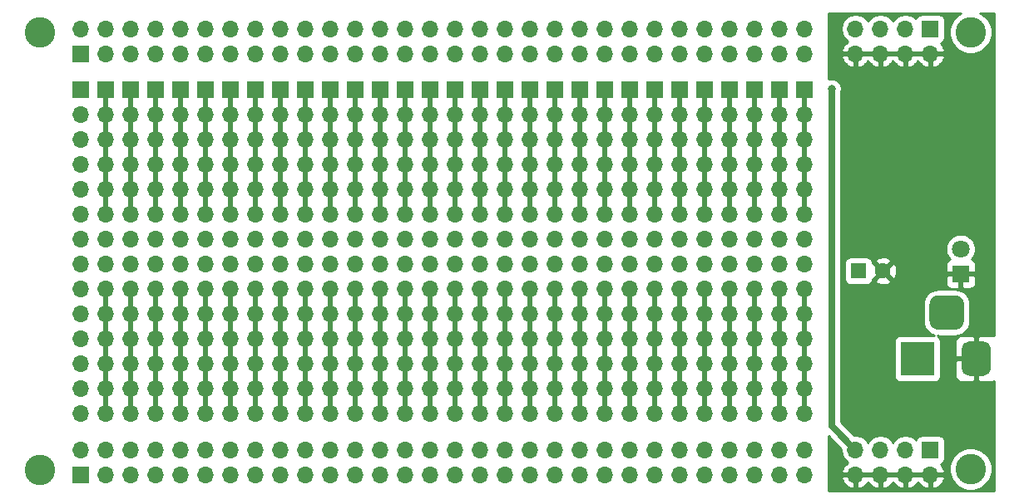
<source format=gbr>
G04 #@! TF.GenerationSoftware,KiCad,Pcbnew,(5.1.6)-1*
G04 #@! TF.CreationDate,2020-06-02T23:24:11+04:00*
G04 #@! TF.ProjectId,Berfboard 2.0-psupply,42657266-626f-4617-9264-20322e302d70,rev?*
G04 #@! TF.SameCoordinates,Original*
G04 #@! TF.FileFunction,Copper,L2,Bot*
G04 #@! TF.FilePolarity,Positive*
%FSLAX46Y46*%
G04 Gerber Fmt 4.6, Leading zero omitted, Abs format (unit mm)*
G04 Created by KiCad (PCBNEW (5.1.6)-1) date 2020-06-02 23:24:11*
%MOMM*%
%LPD*%
G01*
G04 APERTURE LIST*
G04 #@! TA.AperFunction,ComponentPad*
%ADD10O,1.700000X1.700000*%
G04 #@! TD*
G04 #@! TA.AperFunction,ComponentPad*
%ADD11R,1.700000X1.700000*%
G04 #@! TD*
G04 #@! TA.AperFunction,ComponentPad*
%ADD12C,1.600000*%
G04 #@! TD*
G04 #@! TA.AperFunction,ComponentPad*
%ADD13R,1.600000X1.600000*%
G04 #@! TD*
G04 #@! TA.AperFunction,ComponentPad*
%ADD14C,1.800000*%
G04 #@! TD*
G04 #@! TA.AperFunction,ComponentPad*
%ADD15R,1.800000X1.800000*%
G04 #@! TD*
G04 #@! TA.AperFunction,ComponentPad*
%ADD16R,3.500000X3.500000*%
G04 #@! TD*
G04 #@! TA.AperFunction,ViaPad*
%ADD17C,3.100000*%
G04 #@! TD*
G04 #@! TA.AperFunction,ViaPad*
%ADD18C,0.800000*%
G04 #@! TD*
G04 #@! TA.AperFunction,Conductor*
%ADD19C,0.500000*%
G04 #@! TD*
G04 #@! TA.AperFunction,Conductor*
%ADD20C,0.700000*%
G04 #@! TD*
G04 #@! TA.AperFunction,Conductor*
%ADD21C,0.254000*%
G04 #@! TD*
G04 APERTURE END LIST*
D10*
X179692300Y-44996100D03*
X179692300Y-42456100D03*
X182232300Y-44996100D03*
X182232300Y-42456100D03*
X184772300Y-44996100D03*
X184772300Y-42456100D03*
X187312300Y-44996100D03*
D11*
X187312300Y-42456100D03*
D10*
X179692300Y-87934800D03*
X179692300Y-85394800D03*
X182232300Y-87934800D03*
X182232300Y-85394800D03*
X184772300Y-87934800D03*
X184772300Y-85394800D03*
X187312300Y-87934800D03*
D11*
X187312300Y-85394800D03*
D10*
X174498000Y-85407500D03*
X174498000Y-87947500D03*
X171958000Y-85407500D03*
X171958000Y-87947500D03*
X169418000Y-85407500D03*
X169418000Y-87947500D03*
X166878000Y-85407500D03*
X166878000Y-87947500D03*
X164338000Y-85407500D03*
X164338000Y-87947500D03*
X161798000Y-85407500D03*
X161798000Y-87947500D03*
X159258000Y-85407500D03*
X159258000Y-87947500D03*
X156718000Y-85407500D03*
X156718000Y-87947500D03*
X154178000Y-85407500D03*
X154178000Y-87947500D03*
X151638000Y-85407500D03*
X151638000Y-87947500D03*
X149098000Y-85407500D03*
X149098000Y-87947500D03*
X146558000Y-85407500D03*
X146558000Y-87947500D03*
X144018000Y-85407500D03*
X144018000Y-87947500D03*
X141478000Y-85407500D03*
X141478000Y-87947500D03*
X138938000Y-85407500D03*
X138938000Y-87947500D03*
X136398000Y-85407500D03*
X136398000Y-87947500D03*
X133858000Y-85407500D03*
X133858000Y-87947500D03*
X131318000Y-85407500D03*
X131318000Y-87947500D03*
X128778000Y-85407500D03*
X128778000Y-87947500D03*
X126238000Y-85407500D03*
X126238000Y-87947500D03*
X123698000Y-85407500D03*
X123698000Y-87947500D03*
X121158000Y-85407500D03*
X121158000Y-87947500D03*
X118618000Y-85407500D03*
X118618000Y-87947500D03*
X116078000Y-85407500D03*
X116078000Y-87947500D03*
X113538000Y-85407500D03*
X113538000Y-87947500D03*
X110998000Y-85407500D03*
X110998000Y-87947500D03*
X108458000Y-85407500D03*
X108458000Y-87947500D03*
X105918000Y-85407500D03*
X105918000Y-87947500D03*
X103378000Y-85407500D03*
X103378000Y-87947500D03*
X100838000Y-85407500D03*
D11*
X100838000Y-87947500D03*
D10*
X174498000Y-42481500D03*
X174498000Y-45021500D03*
X171958000Y-42481500D03*
X171958000Y-45021500D03*
X169418000Y-42481500D03*
X169418000Y-45021500D03*
X166878000Y-42481500D03*
X166878000Y-45021500D03*
X164338000Y-42481500D03*
X164338000Y-45021500D03*
X161798000Y-42481500D03*
X161798000Y-45021500D03*
X159258000Y-42481500D03*
X159258000Y-45021500D03*
X156718000Y-42481500D03*
X156718000Y-45021500D03*
X154178000Y-42481500D03*
X154178000Y-45021500D03*
X151638000Y-42481500D03*
X151638000Y-45021500D03*
X149098000Y-42481500D03*
X149098000Y-45021500D03*
X146558000Y-42481500D03*
X146558000Y-45021500D03*
X144018000Y-42481500D03*
X144018000Y-45021500D03*
X141478000Y-42481500D03*
X141478000Y-45021500D03*
X138938000Y-42481500D03*
X138938000Y-45021500D03*
X136398000Y-42481500D03*
X136398000Y-45021500D03*
X133858000Y-42481500D03*
X133858000Y-45021500D03*
X131318000Y-42481500D03*
X131318000Y-45021500D03*
X128778000Y-42481500D03*
X128778000Y-45021500D03*
X126238000Y-42481500D03*
X126238000Y-45021500D03*
X123698000Y-42481500D03*
X123698000Y-45021500D03*
X121158000Y-42481500D03*
X121158000Y-45021500D03*
X118618000Y-42481500D03*
X118618000Y-45021500D03*
X116078000Y-42481500D03*
X116078000Y-45021500D03*
X113538000Y-42481500D03*
X113538000Y-45021500D03*
X110998000Y-42481500D03*
X110998000Y-45021500D03*
X108458000Y-42481500D03*
X108458000Y-45021500D03*
X105918000Y-42481500D03*
X105918000Y-45021500D03*
X103378000Y-42481500D03*
X103378000Y-45021500D03*
X100838000Y-42481500D03*
D11*
X100838000Y-45021500D03*
D12*
X182484400Y-67157600D03*
D13*
X179984400Y-67157600D03*
D14*
X190398400Y-64922400D03*
D15*
X190398400Y-67462400D03*
G04 #@! TA.AperFunction,ComponentPad*
G36*
G01*
X190728800Y-70523400D02*
X190728800Y-72273400D01*
G75*
G02*
X189853800Y-73148400I-875000J0D01*
G01*
X188103800Y-73148400D01*
G75*
G02*
X187228800Y-72273400I0J875000D01*
G01*
X187228800Y-70523400D01*
G75*
G02*
X188103800Y-69648400I875000J0D01*
G01*
X189853800Y-69648400D01*
G75*
G02*
X190728800Y-70523400I0J-875000D01*
G01*
G37*
G04 #@! TD.AperFunction*
G04 #@! TA.AperFunction,ComponentPad*
G36*
G01*
X193478800Y-75098400D02*
X193478800Y-77098400D01*
G75*
G02*
X192728800Y-77848400I-750000J0D01*
G01*
X191228800Y-77848400D01*
G75*
G02*
X190478800Y-77098400I0J750000D01*
G01*
X190478800Y-75098400D01*
G75*
G02*
X191228800Y-74348400I750000J0D01*
G01*
X192728800Y-74348400D01*
G75*
G02*
X193478800Y-75098400I0J-750000D01*
G01*
G37*
G04 #@! TD.AperFunction*
D16*
X185978800Y-76098400D03*
D11*
X174498000Y-48704500D03*
D10*
X174498000Y-51244500D03*
X174498000Y-53784500D03*
X174498000Y-56324500D03*
X174498000Y-58864500D03*
X174498000Y-61404500D03*
X174498000Y-63944500D03*
X174498000Y-66484500D03*
X174498000Y-69024500D03*
X174498000Y-71564500D03*
X174498000Y-74104500D03*
X174498000Y-76644500D03*
X174498000Y-79184500D03*
X174498000Y-81724500D03*
D11*
X171958000Y-48704500D03*
D10*
X171958000Y-51244500D03*
X171958000Y-53784500D03*
X171958000Y-56324500D03*
X171958000Y-58864500D03*
X171958000Y-61404500D03*
X171958000Y-63944500D03*
X171958000Y-66484500D03*
X171958000Y-69024500D03*
X171958000Y-71564500D03*
X171958000Y-74104500D03*
X171958000Y-76644500D03*
X171958000Y-79184500D03*
X171958000Y-81724500D03*
D11*
X169418000Y-48704500D03*
D10*
X169418000Y-51244500D03*
X169418000Y-53784500D03*
X169418000Y-56324500D03*
X169418000Y-58864500D03*
X169418000Y-61404500D03*
X169418000Y-63944500D03*
X169418000Y-66484500D03*
X169418000Y-69024500D03*
X169418000Y-71564500D03*
X169418000Y-74104500D03*
X169418000Y-76644500D03*
X169418000Y-79184500D03*
X169418000Y-81724500D03*
D11*
X166878000Y-48704500D03*
D10*
X166878000Y-51244500D03*
X166878000Y-53784500D03*
X166878000Y-56324500D03*
X166878000Y-58864500D03*
X166878000Y-61404500D03*
X166878000Y-63944500D03*
X166878000Y-66484500D03*
X166878000Y-69024500D03*
X166878000Y-71564500D03*
X166878000Y-74104500D03*
X166878000Y-76644500D03*
X166878000Y-79184500D03*
X166878000Y-81724500D03*
D11*
X164338000Y-48704500D03*
D10*
X164338000Y-51244500D03*
X164338000Y-53784500D03*
X164338000Y-56324500D03*
X164338000Y-58864500D03*
X164338000Y-61404500D03*
X164338000Y-63944500D03*
X164338000Y-66484500D03*
X164338000Y-69024500D03*
X164338000Y-71564500D03*
X164338000Y-74104500D03*
X164338000Y-76644500D03*
X164338000Y-79184500D03*
X164338000Y-81724500D03*
D11*
X161798000Y-48704500D03*
D10*
X161798000Y-51244500D03*
X161798000Y-53784500D03*
X161798000Y-56324500D03*
X161798000Y-58864500D03*
X161798000Y-61404500D03*
X161798000Y-63944500D03*
X161798000Y-66484500D03*
X161798000Y-69024500D03*
X161798000Y-71564500D03*
X161798000Y-74104500D03*
X161798000Y-76644500D03*
X161798000Y-79184500D03*
X161798000Y-81724500D03*
D11*
X159258000Y-48704500D03*
D10*
X159258000Y-51244500D03*
X159258000Y-53784500D03*
X159258000Y-56324500D03*
X159258000Y-58864500D03*
X159258000Y-61404500D03*
X159258000Y-63944500D03*
X159258000Y-66484500D03*
X159258000Y-69024500D03*
X159258000Y-71564500D03*
X159258000Y-74104500D03*
X159258000Y-76644500D03*
X159258000Y-79184500D03*
X159258000Y-81724500D03*
D11*
X156718000Y-48704500D03*
D10*
X156718000Y-51244500D03*
X156718000Y-53784500D03*
X156718000Y-56324500D03*
X156718000Y-58864500D03*
X156718000Y-61404500D03*
X156718000Y-63944500D03*
X156718000Y-66484500D03*
X156718000Y-69024500D03*
X156718000Y-71564500D03*
X156718000Y-74104500D03*
X156718000Y-76644500D03*
X156718000Y-79184500D03*
X156718000Y-81724500D03*
D11*
X154178000Y-48704500D03*
D10*
X154178000Y-51244500D03*
X154178000Y-53784500D03*
X154178000Y-56324500D03*
X154178000Y-58864500D03*
X154178000Y-61404500D03*
X154178000Y-63944500D03*
X154178000Y-66484500D03*
X154178000Y-69024500D03*
X154178000Y-71564500D03*
X154178000Y-74104500D03*
X154178000Y-76644500D03*
X154178000Y-79184500D03*
X154178000Y-81724500D03*
D11*
X151638000Y-48704500D03*
D10*
X151638000Y-51244500D03*
X151638000Y-53784500D03*
X151638000Y-56324500D03*
X151638000Y-58864500D03*
X151638000Y-61404500D03*
X151638000Y-63944500D03*
X151638000Y-66484500D03*
X151638000Y-69024500D03*
X151638000Y-71564500D03*
X151638000Y-74104500D03*
X151638000Y-76644500D03*
X151638000Y-79184500D03*
X151638000Y-81724500D03*
D11*
X149098000Y-48704500D03*
D10*
X149098000Y-51244500D03*
X149098000Y-53784500D03*
X149098000Y-56324500D03*
X149098000Y-58864500D03*
X149098000Y-61404500D03*
X149098000Y-63944500D03*
X149098000Y-66484500D03*
X149098000Y-69024500D03*
X149098000Y-71564500D03*
X149098000Y-74104500D03*
X149098000Y-76644500D03*
X149098000Y-79184500D03*
X149098000Y-81724500D03*
D11*
X146558000Y-48704500D03*
D10*
X146558000Y-51244500D03*
X146558000Y-53784500D03*
X146558000Y-56324500D03*
X146558000Y-58864500D03*
X146558000Y-61404500D03*
X146558000Y-63944500D03*
X146558000Y-66484500D03*
X146558000Y-69024500D03*
X146558000Y-71564500D03*
X146558000Y-74104500D03*
X146558000Y-76644500D03*
X146558000Y-79184500D03*
X146558000Y-81724500D03*
D11*
X144018000Y-48704500D03*
D10*
X144018000Y-51244500D03*
X144018000Y-53784500D03*
X144018000Y-56324500D03*
X144018000Y-58864500D03*
X144018000Y-61404500D03*
X144018000Y-63944500D03*
X144018000Y-66484500D03*
X144018000Y-69024500D03*
X144018000Y-71564500D03*
X144018000Y-74104500D03*
X144018000Y-76644500D03*
X144018000Y-79184500D03*
X144018000Y-81724500D03*
D11*
X141478000Y-48704500D03*
D10*
X141478000Y-51244500D03*
X141478000Y-53784500D03*
X141478000Y-56324500D03*
X141478000Y-58864500D03*
X141478000Y-61404500D03*
X141478000Y-63944500D03*
X141478000Y-66484500D03*
X141478000Y-69024500D03*
X141478000Y-71564500D03*
X141478000Y-74104500D03*
X141478000Y-76644500D03*
X141478000Y-79184500D03*
X141478000Y-81724500D03*
D11*
X138938000Y-48704500D03*
D10*
X138938000Y-51244500D03*
X138938000Y-53784500D03*
X138938000Y-56324500D03*
X138938000Y-58864500D03*
X138938000Y-61404500D03*
X138938000Y-63944500D03*
X138938000Y-66484500D03*
X138938000Y-69024500D03*
X138938000Y-71564500D03*
X138938000Y-74104500D03*
X138938000Y-76644500D03*
X138938000Y-79184500D03*
X138938000Y-81724500D03*
D11*
X136398000Y-48704500D03*
D10*
X136398000Y-51244500D03*
X136398000Y-53784500D03*
X136398000Y-56324500D03*
X136398000Y-58864500D03*
X136398000Y-61404500D03*
X136398000Y-63944500D03*
X136398000Y-66484500D03*
X136398000Y-69024500D03*
X136398000Y-71564500D03*
X136398000Y-74104500D03*
X136398000Y-76644500D03*
X136398000Y-79184500D03*
X136398000Y-81724500D03*
D11*
X133858000Y-48704500D03*
D10*
X133858000Y-51244500D03*
X133858000Y-53784500D03*
X133858000Y-56324500D03*
X133858000Y-58864500D03*
X133858000Y-61404500D03*
X133858000Y-63944500D03*
X133858000Y-66484500D03*
X133858000Y-69024500D03*
X133858000Y-71564500D03*
X133858000Y-74104500D03*
X133858000Y-76644500D03*
X133858000Y-79184500D03*
X133858000Y-81724500D03*
D11*
X131318000Y-48704500D03*
D10*
X131318000Y-51244500D03*
X131318000Y-53784500D03*
X131318000Y-56324500D03*
X131318000Y-58864500D03*
X131318000Y-61404500D03*
X131318000Y-63944500D03*
X131318000Y-66484500D03*
X131318000Y-69024500D03*
X131318000Y-71564500D03*
X131318000Y-74104500D03*
X131318000Y-76644500D03*
X131318000Y-79184500D03*
X131318000Y-81724500D03*
D11*
X128778000Y-48704500D03*
D10*
X128778000Y-51244500D03*
X128778000Y-53784500D03*
X128778000Y-56324500D03*
X128778000Y-58864500D03*
X128778000Y-61404500D03*
X128778000Y-63944500D03*
X128778000Y-66484500D03*
X128778000Y-69024500D03*
X128778000Y-71564500D03*
X128778000Y-74104500D03*
X128778000Y-76644500D03*
X128778000Y-79184500D03*
X128778000Y-81724500D03*
D11*
X126238000Y-48704500D03*
D10*
X126238000Y-51244500D03*
X126238000Y-53784500D03*
X126238000Y-56324500D03*
X126238000Y-58864500D03*
X126238000Y-61404500D03*
X126238000Y-63944500D03*
X126238000Y-66484500D03*
X126238000Y-69024500D03*
X126238000Y-71564500D03*
X126238000Y-74104500D03*
X126238000Y-76644500D03*
X126238000Y-79184500D03*
X126238000Y-81724500D03*
D11*
X123698000Y-48704500D03*
D10*
X123698000Y-51244500D03*
X123698000Y-53784500D03*
X123698000Y-56324500D03*
X123698000Y-58864500D03*
X123698000Y-61404500D03*
X123698000Y-63944500D03*
X123698000Y-66484500D03*
X123698000Y-69024500D03*
X123698000Y-71564500D03*
X123698000Y-74104500D03*
X123698000Y-76644500D03*
X123698000Y-79184500D03*
X123698000Y-81724500D03*
D11*
X121158000Y-48704500D03*
D10*
X121158000Y-51244500D03*
X121158000Y-53784500D03*
X121158000Y-56324500D03*
X121158000Y-58864500D03*
X121158000Y-61404500D03*
X121158000Y-63944500D03*
X121158000Y-66484500D03*
X121158000Y-69024500D03*
X121158000Y-71564500D03*
X121158000Y-74104500D03*
X121158000Y-76644500D03*
X121158000Y-79184500D03*
X121158000Y-81724500D03*
D11*
X118618000Y-48704500D03*
D10*
X118618000Y-51244500D03*
X118618000Y-53784500D03*
X118618000Y-56324500D03*
X118618000Y-58864500D03*
X118618000Y-61404500D03*
X118618000Y-63944500D03*
X118618000Y-66484500D03*
X118618000Y-69024500D03*
X118618000Y-71564500D03*
X118618000Y-74104500D03*
X118618000Y-76644500D03*
X118618000Y-79184500D03*
X118618000Y-81724500D03*
D11*
X116078000Y-48704500D03*
D10*
X116078000Y-51244500D03*
X116078000Y-53784500D03*
X116078000Y-56324500D03*
X116078000Y-58864500D03*
X116078000Y-61404500D03*
X116078000Y-63944500D03*
X116078000Y-66484500D03*
X116078000Y-69024500D03*
X116078000Y-71564500D03*
X116078000Y-74104500D03*
X116078000Y-76644500D03*
X116078000Y-79184500D03*
X116078000Y-81724500D03*
D11*
X113538000Y-48704500D03*
D10*
X113538000Y-51244500D03*
X113538000Y-53784500D03*
X113538000Y-56324500D03*
X113538000Y-58864500D03*
X113538000Y-61404500D03*
X113538000Y-63944500D03*
X113538000Y-66484500D03*
X113538000Y-69024500D03*
X113538000Y-71564500D03*
X113538000Y-74104500D03*
X113538000Y-76644500D03*
X113538000Y-79184500D03*
X113538000Y-81724500D03*
D11*
X110998000Y-48704500D03*
D10*
X110998000Y-51244500D03*
X110998000Y-53784500D03*
X110998000Y-56324500D03*
X110998000Y-58864500D03*
X110998000Y-61404500D03*
X110998000Y-63944500D03*
X110998000Y-66484500D03*
X110998000Y-69024500D03*
X110998000Y-71564500D03*
X110998000Y-74104500D03*
X110998000Y-76644500D03*
X110998000Y-79184500D03*
X110998000Y-81724500D03*
D11*
X108458000Y-48704500D03*
D10*
X108458000Y-51244500D03*
X108458000Y-53784500D03*
X108458000Y-56324500D03*
X108458000Y-58864500D03*
X108458000Y-61404500D03*
X108458000Y-63944500D03*
X108458000Y-66484500D03*
X108458000Y-69024500D03*
X108458000Y-71564500D03*
X108458000Y-74104500D03*
X108458000Y-76644500D03*
X108458000Y-79184500D03*
X108458000Y-81724500D03*
D11*
X105918000Y-48704500D03*
D10*
X105918000Y-51244500D03*
X105918000Y-53784500D03*
X105918000Y-56324500D03*
X105918000Y-58864500D03*
X105918000Y-61404500D03*
X105918000Y-63944500D03*
X105918000Y-66484500D03*
X105918000Y-69024500D03*
X105918000Y-71564500D03*
X105918000Y-74104500D03*
X105918000Y-76644500D03*
X105918000Y-79184500D03*
X105918000Y-81724500D03*
X103378000Y-81724500D03*
X103378000Y-79184500D03*
X103378000Y-76644500D03*
X103378000Y-74104500D03*
X103378000Y-71564500D03*
X103378000Y-69024500D03*
X103378000Y-66484500D03*
X103378000Y-63944500D03*
X103378000Y-61404500D03*
X103378000Y-58864500D03*
X103378000Y-56324500D03*
X103378000Y-53784500D03*
X103378000Y-51244500D03*
D11*
X103378000Y-48704500D03*
D10*
X100838000Y-81724500D03*
X100838000Y-79184500D03*
X100838000Y-76644500D03*
X100838000Y-74104500D03*
X100838000Y-71564500D03*
X100838000Y-69024500D03*
X100838000Y-66484500D03*
X100838000Y-63944500D03*
X100838000Y-61404500D03*
X100838000Y-58864500D03*
X100838000Y-56324500D03*
X100838000Y-53784500D03*
X100838000Y-51244500D03*
D11*
X100838000Y-48704500D03*
D17*
X96647000Y-42799000D03*
X96659700Y-87414100D03*
X191401700Y-42811700D03*
X191401700Y-87363300D03*
D18*
X183261000Y-54737000D03*
X177253900Y-48577500D03*
D19*
X103378000Y-69024500D02*
X103378000Y-81724500D01*
X105918000Y-69024500D02*
X105918000Y-81724500D01*
X108458000Y-69024500D02*
X108458000Y-81724500D01*
X110998000Y-69024500D02*
X110998000Y-81724500D01*
X113538000Y-69024500D02*
X113538000Y-81724500D01*
X116078000Y-69024500D02*
X116078000Y-81724500D01*
X118618000Y-69024500D02*
X118618000Y-81724500D01*
X121158000Y-69024500D02*
X121158000Y-81724500D01*
X123698000Y-69024500D02*
X123698000Y-81724500D01*
X126238000Y-76644500D02*
X126238000Y-81724500D01*
X126238000Y-69024500D02*
X126238000Y-76644500D01*
X128778000Y-69024500D02*
X128778000Y-81724500D01*
X131318000Y-69024500D02*
X131318000Y-81724500D01*
X133858000Y-69024500D02*
X133858000Y-81724500D01*
X136398000Y-69024500D02*
X136398000Y-81724500D01*
X138938000Y-69024500D02*
X138938000Y-81724500D01*
X141478000Y-69024500D02*
X141478000Y-81724500D01*
X144018000Y-69024500D02*
X144018000Y-81724500D01*
X146558000Y-69024500D02*
X146558000Y-81724500D01*
X149098000Y-69024500D02*
X149098000Y-81724500D01*
X151638000Y-69024500D02*
X151638000Y-81724500D01*
X154178000Y-69024500D02*
X154178000Y-81724500D01*
X156718000Y-69024500D02*
X156718000Y-81724500D01*
X159258000Y-69024500D02*
X159258000Y-81724500D01*
X161798000Y-69024500D02*
X161798000Y-81724500D01*
X164338000Y-69024500D02*
X164338000Y-81724500D01*
X166878000Y-69024500D02*
X166878000Y-81724500D01*
X169418000Y-69024500D02*
X169418000Y-81724500D01*
X171958000Y-69024500D02*
X171958000Y-81724500D01*
X174498000Y-69024500D02*
X174498000Y-81724500D01*
X103378000Y-61404500D02*
X103378000Y-48704500D01*
X105918000Y-61404500D02*
X105918000Y-48704500D01*
X108458000Y-61404500D02*
X108458000Y-48704500D01*
X110998000Y-61404500D02*
X110998000Y-48704500D01*
X113538000Y-61404500D02*
X113538000Y-48704500D01*
X116078000Y-61404500D02*
X116078000Y-48704500D01*
X118618000Y-61404500D02*
X118618000Y-48704500D01*
X121158000Y-61404500D02*
X121158000Y-48704500D01*
X123698000Y-61404500D02*
X123698000Y-48704500D01*
X126238000Y-61404500D02*
X126238000Y-48704500D01*
X128778000Y-61404500D02*
X128778000Y-48704500D01*
X131318000Y-53784500D02*
X131318000Y-48704500D01*
X131318000Y-61404500D02*
X131318000Y-53784500D01*
X133858000Y-61404500D02*
X133858000Y-48704500D01*
X136398000Y-61404500D02*
X136398000Y-48704500D01*
X138938000Y-61404500D02*
X138938000Y-48704500D01*
X141478000Y-56324500D02*
X141478000Y-48704500D01*
X141478000Y-61404500D02*
X141478000Y-56324500D01*
X144018000Y-61404500D02*
X144018000Y-48704500D01*
X146558000Y-61404500D02*
X146558000Y-48704500D01*
X149098000Y-61404500D02*
X149098000Y-48704500D01*
X151638000Y-61404500D02*
X151638000Y-48704500D01*
X154178000Y-61404500D02*
X154178000Y-48704500D01*
X156718000Y-61404500D02*
X156718000Y-48704500D01*
X159258000Y-61404500D02*
X159258000Y-48704500D01*
X161798000Y-61404500D02*
X161798000Y-48704500D01*
X164338000Y-48704500D02*
X164338000Y-61404500D01*
X166878000Y-48704500D02*
X166878000Y-61404500D01*
X169418000Y-48704500D02*
X169418000Y-61404500D01*
X171958000Y-48704500D02*
X171958000Y-61404500D01*
X174498000Y-48704500D02*
X174498000Y-61404500D01*
D20*
X177253900Y-82956400D02*
X179692300Y-85394800D01*
X177253900Y-48577500D02*
X177253900Y-82956400D01*
D21*
G36*
X190366715Y-40875378D02*
G01*
X190008844Y-41114500D01*
X189704500Y-41418844D01*
X189465378Y-41776715D01*
X189300669Y-42174359D01*
X189216700Y-42596496D01*
X189216700Y-43026904D01*
X189300669Y-43449041D01*
X189465378Y-43846685D01*
X189704500Y-44204556D01*
X190008844Y-44508900D01*
X190366715Y-44748022D01*
X190764359Y-44912731D01*
X191186496Y-44996700D01*
X191616904Y-44996700D01*
X192039041Y-44912731D01*
X192436685Y-44748022D01*
X192794556Y-44508900D01*
X193098900Y-44204556D01*
X193338022Y-43846685D01*
X193502731Y-43449041D01*
X193586700Y-43026904D01*
X193586700Y-42596496D01*
X193502731Y-42174359D01*
X193338022Y-41776715D01*
X193098900Y-41418844D01*
X192794556Y-41114500D01*
X192436685Y-40875378D01*
X192388695Y-40855500D01*
X193751600Y-40855500D01*
X193751601Y-73774196D01*
X193722980Y-73758898D01*
X193603282Y-73722588D01*
X193478800Y-73710328D01*
X192264550Y-73713400D01*
X192105800Y-73872150D01*
X192105800Y-75971400D01*
X192125800Y-75971400D01*
X192125800Y-76225400D01*
X192105800Y-76225400D01*
X192105800Y-78324650D01*
X192264550Y-78483400D01*
X193478800Y-78486472D01*
X193603282Y-78474212D01*
X193722980Y-78437902D01*
X193751601Y-78422604D01*
X193751601Y-89573500D01*
X176911000Y-89573500D01*
X176911000Y-88291691D01*
X178250819Y-88291691D01*
X178348143Y-88566052D01*
X178497122Y-88816155D01*
X178692031Y-89032388D01*
X178925380Y-89206441D01*
X179188201Y-89331625D01*
X179335410Y-89376276D01*
X179565300Y-89254955D01*
X179565300Y-88061800D01*
X179819300Y-88061800D01*
X179819300Y-89254955D01*
X180049190Y-89376276D01*
X180196399Y-89331625D01*
X180459220Y-89206441D01*
X180692569Y-89032388D01*
X180887478Y-88816155D01*
X180962300Y-88690545D01*
X181037122Y-88816155D01*
X181232031Y-89032388D01*
X181465380Y-89206441D01*
X181728201Y-89331625D01*
X181875410Y-89376276D01*
X182105300Y-89254955D01*
X182105300Y-88061800D01*
X182359300Y-88061800D01*
X182359300Y-89254955D01*
X182589190Y-89376276D01*
X182736399Y-89331625D01*
X182999220Y-89206441D01*
X183232569Y-89032388D01*
X183427478Y-88816155D01*
X183502300Y-88690545D01*
X183577122Y-88816155D01*
X183772031Y-89032388D01*
X184005380Y-89206441D01*
X184268201Y-89331625D01*
X184415410Y-89376276D01*
X184645300Y-89254955D01*
X184645300Y-88061800D01*
X184899300Y-88061800D01*
X184899300Y-89254955D01*
X185129190Y-89376276D01*
X185276399Y-89331625D01*
X185539220Y-89206441D01*
X185772569Y-89032388D01*
X185967478Y-88816155D01*
X186042300Y-88690545D01*
X186117122Y-88816155D01*
X186312031Y-89032388D01*
X186545380Y-89206441D01*
X186808201Y-89331625D01*
X186955410Y-89376276D01*
X187185300Y-89254955D01*
X187185300Y-88061800D01*
X187439300Y-88061800D01*
X187439300Y-89254955D01*
X187669190Y-89376276D01*
X187816399Y-89331625D01*
X188079220Y-89206441D01*
X188312569Y-89032388D01*
X188507478Y-88816155D01*
X188656457Y-88566052D01*
X188753781Y-88291691D01*
X188633114Y-88061800D01*
X187439300Y-88061800D01*
X187185300Y-88061800D01*
X184899300Y-88061800D01*
X184645300Y-88061800D01*
X182359300Y-88061800D01*
X182105300Y-88061800D01*
X179819300Y-88061800D01*
X179565300Y-88061800D01*
X178371486Y-88061800D01*
X178250819Y-88291691D01*
X176911000Y-88291691D01*
X176911000Y-84006500D01*
X178207300Y-85302800D01*
X178207300Y-85541060D01*
X178264368Y-85827958D01*
X178376310Y-86098211D01*
X178538825Y-86341432D01*
X178745668Y-86548275D01*
X178921706Y-86665900D01*
X178692031Y-86837212D01*
X178497122Y-87053445D01*
X178348143Y-87303548D01*
X178250819Y-87577909D01*
X178371486Y-87807800D01*
X179565300Y-87807800D01*
X179565300Y-87787800D01*
X179819300Y-87787800D01*
X179819300Y-87807800D01*
X182105300Y-87807800D01*
X182105300Y-87787800D01*
X182359300Y-87787800D01*
X182359300Y-87807800D01*
X184645300Y-87807800D01*
X184645300Y-87787800D01*
X184899300Y-87787800D01*
X184899300Y-87807800D01*
X187185300Y-87807800D01*
X187185300Y-87787800D01*
X187439300Y-87787800D01*
X187439300Y-87807800D01*
X188633114Y-87807800D01*
X188753781Y-87577909D01*
X188656457Y-87303548D01*
X188563859Y-87148096D01*
X189216700Y-87148096D01*
X189216700Y-87578504D01*
X189300669Y-88000641D01*
X189465378Y-88398285D01*
X189704500Y-88756156D01*
X190008844Y-89060500D01*
X190366715Y-89299622D01*
X190764359Y-89464331D01*
X191186496Y-89548300D01*
X191616904Y-89548300D01*
X192039041Y-89464331D01*
X192436685Y-89299622D01*
X192794556Y-89060500D01*
X193098900Y-88756156D01*
X193338022Y-88398285D01*
X193502731Y-88000641D01*
X193586700Y-87578504D01*
X193586700Y-87148096D01*
X193502731Y-86725959D01*
X193338022Y-86328315D01*
X193098900Y-85970444D01*
X192794556Y-85666100D01*
X192436685Y-85426978D01*
X192039041Y-85262269D01*
X191616904Y-85178300D01*
X191186496Y-85178300D01*
X190764359Y-85262269D01*
X190366715Y-85426978D01*
X190008844Y-85666100D01*
X189704500Y-85970444D01*
X189465378Y-86328315D01*
X189300669Y-86725959D01*
X189216700Y-87148096D01*
X188563859Y-87148096D01*
X188507478Y-87053445D01*
X188330674Y-86857298D01*
X188406480Y-86834302D01*
X188516794Y-86775337D01*
X188613485Y-86695985D01*
X188692837Y-86599294D01*
X188751802Y-86488980D01*
X188788112Y-86369282D01*
X188800372Y-86244800D01*
X188800372Y-84544800D01*
X188788112Y-84420318D01*
X188751802Y-84300620D01*
X188692837Y-84190306D01*
X188613485Y-84093615D01*
X188516794Y-84014263D01*
X188406480Y-83955298D01*
X188286782Y-83918988D01*
X188162300Y-83906728D01*
X186462300Y-83906728D01*
X186337818Y-83918988D01*
X186218120Y-83955298D01*
X186107806Y-84014263D01*
X186011115Y-84093615D01*
X185931763Y-84190306D01*
X185872798Y-84300620D01*
X185850787Y-84373180D01*
X185718932Y-84241325D01*
X185475711Y-84078810D01*
X185205458Y-83966868D01*
X184918560Y-83909800D01*
X184626040Y-83909800D01*
X184339142Y-83966868D01*
X184068889Y-84078810D01*
X183825668Y-84241325D01*
X183618825Y-84448168D01*
X183502300Y-84622560D01*
X183385775Y-84448168D01*
X183178932Y-84241325D01*
X182935711Y-84078810D01*
X182665458Y-83966868D01*
X182378560Y-83909800D01*
X182086040Y-83909800D01*
X181799142Y-83966868D01*
X181528889Y-84078810D01*
X181285668Y-84241325D01*
X181078825Y-84448168D01*
X180962300Y-84622560D01*
X180845775Y-84448168D01*
X180638932Y-84241325D01*
X180395711Y-84078810D01*
X180125458Y-83966868D01*
X179838560Y-83909800D01*
X179600300Y-83909800D01*
X178238900Y-82548400D01*
X178238900Y-74348400D01*
X183590728Y-74348400D01*
X183590728Y-77848400D01*
X183602988Y-77972882D01*
X183639298Y-78092580D01*
X183698263Y-78202894D01*
X183777615Y-78299585D01*
X183874306Y-78378937D01*
X183984620Y-78437902D01*
X184104318Y-78474212D01*
X184228800Y-78486472D01*
X187728800Y-78486472D01*
X187853282Y-78474212D01*
X187972980Y-78437902D01*
X188083294Y-78378937D01*
X188179985Y-78299585D01*
X188259337Y-78202894D01*
X188318302Y-78092580D01*
X188354612Y-77972882D01*
X188366872Y-77848400D01*
X189840728Y-77848400D01*
X189852988Y-77972882D01*
X189889298Y-78092580D01*
X189948263Y-78202894D01*
X190027615Y-78299585D01*
X190124306Y-78378937D01*
X190234620Y-78437902D01*
X190354318Y-78474212D01*
X190478800Y-78486472D01*
X191693050Y-78483400D01*
X191851800Y-78324650D01*
X191851800Y-76225400D01*
X190002550Y-76225400D01*
X189843800Y-76384150D01*
X189840728Y-77848400D01*
X188366872Y-77848400D01*
X188366872Y-74348400D01*
X189840728Y-74348400D01*
X189843800Y-75812650D01*
X190002550Y-75971400D01*
X191851800Y-75971400D01*
X191851800Y-73872150D01*
X191693050Y-73713400D01*
X190478800Y-73710328D01*
X190354318Y-73722588D01*
X190234620Y-73758898D01*
X190124306Y-73817863D01*
X190027615Y-73897215D01*
X189948263Y-73993906D01*
X189889298Y-74104220D01*
X189852988Y-74223918D01*
X189840728Y-74348400D01*
X188366872Y-74348400D01*
X188354612Y-74223918D01*
X188318302Y-74104220D01*
X188259337Y-73993906D01*
X188179985Y-73897215D01*
X188083294Y-73817863D01*
X188006669Y-73776906D01*
X188103800Y-73786472D01*
X189853800Y-73786472D01*
X190148986Y-73757399D01*
X190432828Y-73671296D01*
X190694418Y-73531473D01*
X190923703Y-73343303D01*
X191111873Y-73114018D01*
X191251696Y-72852428D01*
X191337799Y-72568586D01*
X191366872Y-72273400D01*
X191366872Y-70523400D01*
X191337799Y-70228214D01*
X191251696Y-69944372D01*
X191111873Y-69682782D01*
X190923703Y-69453497D01*
X190694418Y-69265327D01*
X190432828Y-69125504D01*
X190148986Y-69039401D01*
X189853800Y-69010328D01*
X188103800Y-69010328D01*
X187808614Y-69039401D01*
X187524772Y-69125504D01*
X187263182Y-69265327D01*
X187033897Y-69453497D01*
X186845727Y-69682782D01*
X186705904Y-69944372D01*
X186619801Y-70228214D01*
X186590728Y-70523400D01*
X186590728Y-72273400D01*
X186619801Y-72568586D01*
X186705904Y-72852428D01*
X186845727Y-73114018D01*
X187033897Y-73343303D01*
X187263182Y-73531473D01*
X187524772Y-73671296D01*
X187653443Y-73710328D01*
X184228800Y-73710328D01*
X184104318Y-73722588D01*
X183984620Y-73758898D01*
X183874306Y-73817863D01*
X183777615Y-73897215D01*
X183698263Y-73993906D01*
X183639298Y-74104220D01*
X183602988Y-74223918D01*
X183590728Y-74348400D01*
X178238900Y-74348400D01*
X178238900Y-66357600D01*
X178546328Y-66357600D01*
X178546328Y-67957600D01*
X178558588Y-68082082D01*
X178594898Y-68201780D01*
X178653863Y-68312094D01*
X178733215Y-68408785D01*
X178829906Y-68488137D01*
X178940220Y-68547102D01*
X179059918Y-68583412D01*
X179184400Y-68595672D01*
X180784400Y-68595672D01*
X180908882Y-68583412D01*
X181028580Y-68547102D01*
X181138894Y-68488137D01*
X181235585Y-68408785D01*
X181314937Y-68312094D01*
X181373902Y-68201780D01*
X181389517Y-68150302D01*
X181671303Y-68150302D01*
X181742886Y-68394271D01*
X181998396Y-68515171D01*
X182272584Y-68583900D01*
X182554912Y-68597817D01*
X182834530Y-68556387D01*
X183100692Y-68461203D01*
X183225914Y-68394271D01*
X183235265Y-68362400D01*
X188860328Y-68362400D01*
X188872588Y-68486882D01*
X188908898Y-68606580D01*
X188967863Y-68716894D01*
X189047215Y-68813585D01*
X189143906Y-68892937D01*
X189254220Y-68951902D01*
X189373918Y-68988212D01*
X189498400Y-69000472D01*
X190112650Y-68997400D01*
X190271400Y-68838650D01*
X190271400Y-67589400D01*
X190525400Y-67589400D01*
X190525400Y-68838650D01*
X190684150Y-68997400D01*
X191298400Y-69000472D01*
X191422882Y-68988212D01*
X191542580Y-68951902D01*
X191652894Y-68892937D01*
X191749585Y-68813585D01*
X191828937Y-68716894D01*
X191887902Y-68606580D01*
X191924212Y-68486882D01*
X191936472Y-68362400D01*
X191933400Y-67748150D01*
X191774650Y-67589400D01*
X190525400Y-67589400D01*
X190271400Y-67589400D01*
X189022150Y-67589400D01*
X188863400Y-67748150D01*
X188860328Y-68362400D01*
X183235265Y-68362400D01*
X183297497Y-68150302D01*
X182484400Y-67337205D01*
X181671303Y-68150302D01*
X181389517Y-68150302D01*
X181410212Y-68082082D01*
X181422472Y-67957600D01*
X181422472Y-67950385D01*
X181491698Y-67970697D01*
X182304795Y-67157600D01*
X182664005Y-67157600D01*
X183477102Y-67970697D01*
X183721071Y-67899114D01*
X183841971Y-67643604D01*
X183910700Y-67369416D01*
X183924617Y-67087088D01*
X183883187Y-66807470D01*
X183795546Y-66562400D01*
X188860328Y-66562400D01*
X188863400Y-67176650D01*
X189022150Y-67335400D01*
X190271400Y-67335400D01*
X190271400Y-67315400D01*
X190525400Y-67315400D01*
X190525400Y-67335400D01*
X191774650Y-67335400D01*
X191933400Y-67176650D01*
X191936472Y-66562400D01*
X191924212Y-66437918D01*
X191887902Y-66318220D01*
X191828937Y-66207906D01*
X191749585Y-66111215D01*
X191652894Y-66031863D01*
X191542580Y-65972898D01*
X191524273Y-65967344D01*
X191590712Y-65900905D01*
X191758699Y-65649495D01*
X191874411Y-65370143D01*
X191933400Y-65073584D01*
X191933400Y-64771216D01*
X191874411Y-64474657D01*
X191758699Y-64195305D01*
X191590712Y-63943895D01*
X191376905Y-63730088D01*
X191125495Y-63562101D01*
X190846143Y-63446389D01*
X190549584Y-63387400D01*
X190247216Y-63387400D01*
X189950657Y-63446389D01*
X189671305Y-63562101D01*
X189419895Y-63730088D01*
X189206088Y-63943895D01*
X189038101Y-64195305D01*
X188922389Y-64474657D01*
X188863400Y-64771216D01*
X188863400Y-65073584D01*
X188922389Y-65370143D01*
X189038101Y-65649495D01*
X189206088Y-65900905D01*
X189272527Y-65967344D01*
X189254220Y-65972898D01*
X189143906Y-66031863D01*
X189047215Y-66111215D01*
X188967863Y-66207906D01*
X188908898Y-66318220D01*
X188872588Y-66437918D01*
X188860328Y-66562400D01*
X183795546Y-66562400D01*
X183788003Y-66541308D01*
X183721071Y-66416086D01*
X183477102Y-66344503D01*
X182664005Y-67157600D01*
X182304795Y-67157600D01*
X181491698Y-66344503D01*
X181422472Y-66364815D01*
X181422472Y-66357600D01*
X181410212Y-66233118D01*
X181389518Y-66164898D01*
X181671303Y-66164898D01*
X182484400Y-66977995D01*
X183297497Y-66164898D01*
X183225914Y-65920929D01*
X182970404Y-65800029D01*
X182696216Y-65731300D01*
X182413888Y-65717383D01*
X182134270Y-65758813D01*
X181868108Y-65853997D01*
X181742886Y-65920929D01*
X181671303Y-66164898D01*
X181389518Y-66164898D01*
X181373902Y-66113420D01*
X181314937Y-66003106D01*
X181235585Y-65906415D01*
X181138894Y-65827063D01*
X181028580Y-65768098D01*
X180908882Y-65731788D01*
X180784400Y-65719528D01*
X179184400Y-65719528D01*
X179059918Y-65731788D01*
X178940220Y-65768098D01*
X178829906Y-65827063D01*
X178733215Y-65906415D01*
X178653863Y-66003106D01*
X178594898Y-66113420D01*
X178558588Y-66233118D01*
X178546328Y-66357600D01*
X178238900Y-66357600D01*
X178238900Y-48904086D01*
X178249126Y-48879398D01*
X178288900Y-48679439D01*
X178288900Y-48475561D01*
X178249126Y-48275602D01*
X178171105Y-48087244D01*
X178057837Y-47917726D01*
X177913674Y-47773563D01*
X177744156Y-47660295D01*
X177555798Y-47582274D01*
X177355839Y-47542500D01*
X177151961Y-47542500D01*
X176952002Y-47582274D01*
X176911000Y-47599258D01*
X176911000Y-45352991D01*
X178250819Y-45352991D01*
X178348143Y-45627352D01*
X178497122Y-45877455D01*
X178692031Y-46093688D01*
X178925380Y-46267741D01*
X179188201Y-46392925D01*
X179335410Y-46437576D01*
X179565300Y-46316255D01*
X179565300Y-45123100D01*
X179819300Y-45123100D01*
X179819300Y-46316255D01*
X180049190Y-46437576D01*
X180196399Y-46392925D01*
X180459220Y-46267741D01*
X180692569Y-46093688D01*
X180887478Y-45877455D01*
X180962300Y-45751845D01*
X181037122Y-45877455D01*
X181232031Y-46093688D01*
X181465380Y-46267741D01*
X181728201Y-46392925D01*
X181875410Y-46437576D01*
X182105300Y-46316255D01*
X182105300Y-45123100D01*
X182359300Y-45123100D01*
X182359300Y-46316255D01*
X182589190Y-46437576D01*
X182736399Y-46392925D01*
X182999220Y-46267741D01*
X183232569Y-46093688D01*
X183427478Y-45877455D01*
X183502300Y-45751845D01*
X183577122Y-45877455D01*
X183772031Y-46093688D01*
X184005380Y-46267741D01*
X184268201Y-46392925D01*
X184415410Y-46437576D01*
X184645300Y-46316255D01*
X184645300Y-45123100D01*
X184899300Y-45123100D01*
X184899300Y-46316255D01*
X185129190Y-46437576D01*
X185276399Y-46392925D01*
X185539220Y-46267741D01*
X185772569Y-46093688D01*
X185967478Y-45877455D01*
X186042300Y-45751845D01*
X186117122Y-45877455D01*
X186312031Y-46093688D01*
X186545380Y-46267741D01*
X186808201Y-46392925D01*
X186955410Y-46437576D01*
X187185300Y-46316255D01*
X187185300Y-45123100D01*
X187439300Y-45123100D01*
X187439300Y-46316255D01*
X187669190Y-46437576D01*
X187816399Y-46392925D01*
X188079220Y-46267741D01*
X188312569Y-46093688D01*
X188507478Y-45877455D01*
X188656457Y-45627352D01*
X188753781Y-45352991D01*
X188633114Y-45123100D01*
X187439300Y-45123100D01*
X187185300Y-45123100D01*
X184899300Y-45123100D01*
X184645300Y-45123100D01*
X182359300Y-45123100D01*
X182105300Y-45123100D01*
X179819300Y-45123100D01*
X179565300Y-45123100D01*
X178371486Y-45123100D01*
X178250819Y-45352991D01*
X176911000Y-45352991D01*
X176911000Y-42309840D01*
X178207300Y-42309840D01*
X178207300Y-42602360D01*
X178264368Y-42889258D01*
X178376310Y-43159511D01*
X178538825Y-43402732D01*
X178745668Y-43609575D01*
X178921706Y-43727200D01*
X178692031Y-43898512D01*
X178497122Y-44114745D01*
X178348143Y-44364848D01*
X178250819Y-44639209D01*
X178371486Y-44869100D01*
X179565300Y-44869100D01*
X179565300Y-44849100D01*
X179819300Y-44849100D01*
X179819300Y-44869100D01*
X182105300Y-44869100D01*
X182105300Y-44849100D01*
X182359300Y-44849100D01*
X182359300Y-44869100D01*
X184645300Y-44869100D01*
X184645300Y-44849100D01*
X184899300Y-44849100D01*
X184899300Y-44869100D01*
X187185300Y-44869100D01*
X187185300Y-44849100D01*
X187439300Y-44849100D01*
X187439300Y-44869100D01*
X188633114Y-44869100D01*
X188753781Y-44639209D01*
X188656457Y-44364848D01*
X188507478Y-44114745D01*
X188330674Y-43918598D01*
X188406480Y-43895602D01*
X188516794Y-43836637D01*
X188613485Y-43757285D01*
X188692837Y-43660594D01*
X188751802Y-43550280D01*
X188788112Y-43430582D01*
X188800372Y-43306100D01*
X188800372Y-41606100D01*
X188788112Y-41481618D01*
X188751802Y-41361920D01*
X188692837Y-41251606D01*
X188613485Y-41154915D01*
X188516794Y-41075563D01*
X188406480Y-41016598D01*
X188286782Y-40980288D01*
X188162300Y-40968028D01*
X186462300Y-40968028D01*
X186337818Y-40980288D01*
X186218120Y-41016598D01*
X186107806Y-41075563D01*
X186011115Y-41154915D01*
X185931763Y-41251606D01*
X185872798Y-41361920D01*
X185850787Y-41434480D01*
X185718932Y-41302625D01*
X185475711Y-41140110D01*
X185205458Y-41028168D01*
X184918560Y-40971100D01*
X184626040Y-40971100D01*
X184339142Y-41028168D01*
X184068889Y-41140110D01*
X183825668Y-41302625D01*
X183618825Y-41509468D01*
X183502300Y-41683860D01*
X183385775Y-41509468D01*
X183178932Y-41302625D01*
X182935711Y-41140110D01*
X182665458Y-41028168D01*
X182378560Y-40971100D01*
X182086040Y-40971100D01*
X181799142Y-41028168D01*
X181528889Y-41140110D01*
X181285668Y-41302625D01*
X181078825Y-41509468D01*
X180962300Y-41683860D01*
X180845775Y-41509468D01*
X180638932Y-41302625D01*
X180395711Y-41140110D01*
X180125458Y-41028168D01*
X179838560Y-40971100D01*
X179546040Y-40971100D01*
X179259142Y-41028168D01*
X178988889Y-41140110D01*
X178745668Y-41302625D01*
X178538825Y-41509468D01*
X178376310Y-41752689D01*
X178264368Y-42022942D01*
X178207300Y-42309840D01*
X176911000Y-42309840D01*
X176911000Y-40855500D01*
X190414705Y-40855500D01*
X190366715Y-40875378D01*
G37*
X190366715Y-40875378D02*
X190008844Y-41114500D01*
X189704500Y-41418844D01*
X189465378Y-41776715D01*
X189300669Y-42174359D01*
X189216700Y-42596496D01*
X189216700Y-43026904D01*
X189300669Y-43449041D01*
X189465378Y-43846685D01*
X189704500Y-44204556D01*
X190008844Y-44508900D01*
X190366715Y-44748022D01*
X190764359Y-44912731D01*
X191186496Y-44996700D01*
X191616904Y-44996700D01*
X192039041Y-44912731D01*
X192436685Y-44748022D01*
X192794556Y-44508900D01*
X193098900Y-44204556D01*
X193338022Y-43846685D01*
X193502731Y-43449041D01*
X193586700Y-43026904D01*
X193586700Y-42596496D01*
X193502731Y-42174359D01*
X193338022Y-41776715D01*
X193098900Y-41418844D01*
X192794556Y-41114500D01*
X192436685Y-40875378D01*
X192388695Y-40855500D01*
X193751600Y-40855500D01*
X193751601Y-73774196D01*
X193722980Y-73758898D01*
X193603282Y-73722588D01*
X193478800Y-73710328D01*
X192264550Y-73713400D01*
X192105800Y-73872150D01*
X192105800Y-75971400D01*
X192125800Y-75971400D01*
X192125800Y-76225400D01*
X192105800Y-76225400D01*
X192105800Y-78324650D01*
X192264550Y-78483400D01*
X193478800Y-78486472D01*
X193603282Y-78474212D01*
X193722980Y-78437902D01*
X193751601Y-78422604D01*
X193751601Y-89573500D01*
X176911000Y-89573500D01*
X176911000Y-88291691D01*
X178250819Y-88291691D01*
X178348143Y-88566052D01*
X178497122Y-88816155D01*
X178692031Y-89032388D01*
X178925380Y-89206441D01*
X179188201Y-89331625D01*
X179335410Y-89376276D01*
X179565300Y-89254955D01*
X179565300Y-88061800D01*
X179819300Y-88061800D01*
X179819300Y-89254955D01*
X180049190Y-89376276D01*
X180196399Y-89331625D01*
X180459220Y-89206441D01*
X180692569Y-89032388D01*
X180887478Y-88816155D01*
X180962300Y-88690545D01*
X181037122Y-88816155D01*
X181232031Y-89032388D01*
X181465380Y-89206441D01*
X181728201Y-89331625D01*
X181875410Y-89376276D01*
X182105300Y-89254955D01*
X182105300Y-88061800D01*
X182359300Y-88061800D01*
X182359300Y-89254955D01*
X182589190Y-89376276D01*
X182736399Y-89331625D01*
X182999220Y-89206441D01*
X183232569Y-89032388D01*
X183427478Y-88816155D01*
X183502300Y-88690545D01*
X183577122Y-88816155D01*
X183772031Y-89032388D01*
X184005380Y-89206441D01*
X184268201Y-89331625D01*
X184415410Y-89376276D01*
X184645300Y-89254955D01*
X184645300Y-88061800D01*
X184899300Y-88061800D01*
X184899300Y-89254955D01*
X185129190Y-89376276D01*
X185276399Y-89331625D01*
X185539220Y-89206441D01*
X185772569Y-89032388D01*
X185967478Y-88816155D01*
X186042300Y-88690545D01*
X186117122Y-88816155D01*
X186312031Y-89032388D01*
X186545380Y-89206441D01*
X186808201Y-89331625D01*
X186955410Y-89376276D01*
X187185300Y-89254955D01*
X187185300Y-88061800D01*
X187439300Y-88061800D01*
X187439300Y-89254955D01*
X187669190Y-89376276D01*
X187816399Y-89331625D01*
X188079220Y-89206441D01*
X188312569Y-89032388D01*
X188507478Y-88816155D01*
X188656457Y-88566052D01*
X188753781Y-88291691D01*
X188633114Y-88061800D01*
X187439300Y-88061800D01*
X187185300Y-88061800D01*
X184899300Y-88061800D01*
X184645300Y-88061800D01*
X182359300Y-88061800D01*
X182105300Y-88061800D01*
X179819300Y-88061800D01*
X179565300Y-88061800D01*
X178371486Y-88061800D01*
X178250819Y-88291691D01*
X176911000Y-88291691D01*
X176911000Y-84006500D01*
X178207300Y-85302800D01*
X178207300Y-85541060D01*
X178264368Y-85827958D01*
X178376310Y-86098211D01*
X178538825Y-86341432D01*
X178745668Y-86548275D01*
X178921706Y-86665900D01*
X178692031Y-86837212D01*
X178497122Y-87053445D01*
X178348143Y-87303548D01*
X178250819Y-87577909D01*
X178371486Y-87807800D01*
X179565300Y-87807800D01*
X179565300Y-87787800D01*
X179819300Y-87787800D01*
X179819300Y-87807800D01*
X182105300Y-87807800D01*
X182105300Y-87787800D01*
X182359300Y-87787800D01*
X182359300Y-87807800D01*
X184645300Y-87807800D01*
X184645300Y-87787800D01*
X184899300Y-87787800D01*
X184899300Y-87807800D01*
X187185300Y-87807800D01*
X187185300Y-87787800D01*
X187439300Y-87787800D01*
X187439300Y-87807800D01*
X188633114Y-87807800D01*
X188753781Y-87577909D01*
X188656457Y-87303548D01*
X188563859Y-87148096D01*
X189216700Y-87148096D01*
X189216700Y-87578504D01*
X189300669Y-88000641D01*
X189465378Y-88398285D01*
X189704500Y-88756156D01*
X190008844Y-89060500D01*
X190366715Y-89299622D01*
X190764359Y-89464331D01*
X191186496Y-89548300D01*
X191616904Y-89548300D01*
X192039041Y-89464331D01*
X192436685Y-89299622D01*
X192794556Y-89060500D01*
X193098900Y-88756156D01*
X193338022Y-88398285D01*
X193502731Y-88000641D01*
X193586700Y-87578504D01*
X193586700Y-87148096D01*
X193502731Y-86725959D01*
X193338022Y-86328315D01*
X193098900Y-85970444D01*
X192794556Y-85666100D01*
X192436685Y-85426978D01*
X192039041Y-85262269D01*
X191616904Y-85178300D01*
X191186496Y-85178300D01*
X190764359Y-85262269D01*
X190366715Y-85426978D01*
X190008844Y-85666100D01*
X189704500Y-85970444D01*
X189465378Y-86328315D01*
X189300669Y-86725959D01*
X189216700Y-87148096D01*
X188563859Y-87148096D01*
X188507478Y-87053445D01*
X188330674Y-86857298D01*
X188406480Y-86834302D01*
X188516794Y-86775337D01*
X188613485Y-86695985D01*
X188692837Y-86599294D01*
X188751802Y-86488980D01*
X188788112Y-86369282D01*
X188800372Y-86244800D01*
X188800372Y-84544800D01*
X188788112Y-84420318D01*
X188751802Y-84300620D01*
X188692837Y-84190306D01*
X188613485Y-84093615D01*
X188516794Y-84014263D01*
X188406480Y-83955298D01*
X188286782Y-83918988D01*
X188162300Y-83906728D01*
X186462300Y-83906728D01*
X186337818Y-83918988D01*
X186218120Y-83955298D01*
X186107806Y-84014263D01*
X186011115Y-84093615D01*
X185931763Y-84190306D01*
X185872798Y-84300620D01*
X185850787Y-84373180D01*
X185718932Y-84241325D01*
X185475711Y-84078810D01*
X185205458Y-83966868D01*
X184918560Y-83909800D01*
X184626040Y-83909800D01*
X184339142Y-83966868D01*
X184068889Y-84078810D01*
X183825668Y-84241325D01*
X183618825Y-84448168D01*
X183502300Y-84622560D01*
X183385775Y-84448168D01*
X183178932Y-84241325D01*
X182935711Y-84078810D01*
X182665458Y-83966868D01*
X182378560Y-83909800D01*
X182086040Y-83909800D01*
X181799142Y-83966868D01*
X181528889Y-84078810D01*
X181285668Y-84241325D01*
X181078825Y-84448168D01*
X180962300Y-84622560D01*
X180845775Y-84448168D01*
X180638932Y-84241325D01*
X180395711Y-84078810D01*
X180125458Y-83966868D01*
X179838560Y-83909800D01*
X179600300Y-83909800D01*
X178238900Y-82548400D01*
X178238900Y-74348400D01*
X183590728Y-74348400D01*
X183590728Y-77848400D01*
X183602988Y-77972882D01*
X183639298Y-78092580D01*
X183698263Y-78202894D01*
X183777615Y-78299585D01*
X183874306Y-78378937D01*
X183984620Y-78437902D01*
X184104318Y-78474212D01*
X184228800Y-78486472D01*
X187728800Y-78486472D01*
X187853282Y-78474212D01*
X187972980Y-78437902D01*
X188083294Y-78378937D01*
X188179985Y-78299585D01*
X188259337Y-78202894D01*
X188318302Y-78092580D01*
X188354612Y-77972882D01*
X188366872Y-77848400D01*
X189840728Y-77848400D01*
X189852988Y-77972882D01*
X189889298Y-78092580D01*
X189948263Y-78202894D01*
X190027615Y-78299585D01*
X190124306Y-78378937D01*
X190234620Y-78437902D01*
X190354318Y-78474212D01*
X190478800Y-78486472D01*
X191693050Y-78483400D01*
X191851800Y-78324650D01*
X191851800Y-76225400D01*
X190002550Y-76225400D01*
X189843800Y-76384150D01*
X189840728Y-77848400D01*
X188366872Y-77848400D01*
X188366872Y-74348400D01*
X189840728Y-74348400D01*
X189843800Y-75812650D01*
X190002550Y-75971400D01*
X191851800Y-75971400D01*
X191851800Y-73872150D01*
X191693050Y-73713400D01*
X190478800Y-73710328D01*
X190354318Y-73722588D01*
X190234620Y-73758898D01*
X190124306Y-73817863D01*
X190027615Y-73897215D01*
X189948263Y-73993906D01*
X189889298Y-74104220D01*
X189852988Y-74223918D01*
X189840728Y-74348400D01*
X188366872Y-74348400D01*
X188354612Y-74223918D01*
X188318302Y-74104220D01*
X188259337Y-73993906D01*
X188179985Y-73897215D01*
X188083294Y-73817863D01*
X188006669Y-73776906D01*
X188103800Y-73786472D01*
X189853800Y-73786472D01*
X190148986Y-73757399D01*
X190432828Y-73671296D01*
X190694418Y-73531473D01*
X190923703Y-73343303D01*
X191111873Y-73114018D01*
X191251696Y-72852428D01*
X191337799Y-72568586D01*
X191366872Y-72273400D01*
X191366872Y-70523400D01*
X191337799Y-70228214D01*
X191251696Y-69944372D01*
X191111873Y-69682782D01*
X190923703Y-69453497D01*
X190694418Y-69265327D01*
X190432828Y-69125504D01*
X190148986Y-69039401D01*
X189853800Y-69010328D01*
X188103800Y-69010328D01*
X187808614Y-69039401D01*
X187524772Y-69125504D01*
X187263182Y-69265327D01*
X187033897Y-69453497D01*
X186845727Y-69682782D01*
X186705904Y-69944372D01*
X186619801Y-70228214D01*
X186590728Y-70523400D01*
X186590728Y-72273400D01*
X186619801Y-72568586D01*
X186705904Y-72852428D01*
X186845727Y-73114018D01*
X187033897Y-73343303D01*
X187263182Y-73531473D01*
X187524772Y-73671296D01*
X187653443Y-73710328D01*
X184228800Y-73710328D01*
X184104318Y-73722588D01*
X183984620Y-73758898D01*
X183874306Y-73817863D01*
X183777615Y-73897215D01*
X183698263Y-73993906D01*
X183639298Y-74104220D01*
X183602988Y-74223918D01*
X183590728Y-74348400D01*
X178238900Y-74348400D01*
X178238900Y-66357600D01*
X178546328Y-66357600D01*
X178546328Y-67957600D01*
X178558588Y-68082082D01*
X178594898Y-68201780D01*
X178653863Y-68312094D01*
X178733215Y-68408785D01*
X178829906Y-68488137D01*
X178940220Y-68547102D01*
X179059918Y-68583412D01*
X179184400Y-68595672D01*
X180784400Y-68595672D01*
X180908882Y-68583412D01*
X181028580Y-68547102D01*
X181138894Y-68488137D01*
X181235585Y-68408785D01*
X181314937Y-68312094D01*
X181373902Y-68201780D01*
X181389517Y-68150302D01*
X181671303Y-68150302D01*
X181742886Y-68394271D01*
X181998396Y-68515171D01*
X182272584Y-68583900D01*
X182554912Y-68597817D01*
X182834530Y-68556387D01*
X183100692Y-68461203D01*
X183225914Y-68394271D01*
X183235265Y-68362400D01*
X188860328Y-68362400D01*
X188872588Y-68486882D01*
X188908898Y-68606580D01*
X188967863Y-68716894D01*
X189047215Y-68813585D01*
X189143906Y-68892937D01*
X189254220Y-68951902D01*
X189373918Y-68988212D01*
X189498400Y-69000472D01*
X190112650Y-68997400D01*
X190271400Y-68838650D01*
X190271400Y-67589400D01*
X190525400Y-67589400D01*
X190525400Y-68838650D01*
X190684150Y-68997400D01*
X191298400Y-69000472D01*
X191422882Y-68988212D01*
X191542580Y-68951902D01*
X191652894Y-68892937D01*
X191749585Y-68813585D01*
X191828937Y-68716894D01*
X191887902Y-68606580D01*
X191924212Y-68486882D01*
X191936472Y-68362400D01*
X191933400Y-67748150D01*
X191774650Y-67589400D01*
X190525400Y-67589400D01*
X190271400Y-67589400D01*
X189022150Y-67589400D01*
X188863400Y-67748150D01*
X188860328Y-68362400D01*
X183235265Y-68362400D01*
X183297497Y-68150302D01*
X182484400Y-67337205D01*
X181671303Y-68150302D01*
X181389517Y-68150302D01*
X181410212Y-68082082D01*
X181422472Y-67957600D01*
X181422472Y-67950385D01*
X181491698Y-67970697D01*
X182304795Y-67157600D01*
X182664005Y-67157600D01*
X183477102Y-67970697D01*
X183721071Y-67899114D01*
X183841971Y-67643604D01*
X183910700Y-67369416D01*
X183924617Y-67087088D01*
X183883187Y-66807470D01*
X183795546Y-66562400D01*
X188860328Y-66562400D01*
X188863400Y-67176650D01*
X189022150Y-67335400D01*
X190271400Y-67335400D01*
X190271400Y-67315400D01*
X190525400Y-67315400D01*
X190525400Y-67335400D01*
X191774650Y-67335400D01*
X191933400Y-67176650D01*
X191936472Y-66562400D01*
X191924212Y-66437918D01*
X191887902Y-66318220D01*
X191828937Y-66207906D01*
X191749585Y-66111215D01*
X191652894Y-66031863D01*
X191542580Y-65972898D01*
X191524273Y-65967344D01*
X191590712Y-65900905D01*
X191758699Y-65649495D01*
X191874411Y-65370143D01*
X191933400Y-65073584D01*
X191933400Y-64771216D01*
X191874411Y-64474657D01*
X191758699Y-64195305D01*
X191590712Y-63943895D01*
X191376905Y-63730088D01*
X191125495Y-63562101D01*
X190846143Y-63446389D01*
X190549584Y-63387400D01*
X190247216Y-63387400D01*
X189950657Y-63446389D01*
X189671305Y-63562101D01*
X189419895Y-63730088D01*
X189206088Y-63943895D01*
X189038101Y-64195305D01*
X188922389Y-64474657D01*
X188863400Y-64771216D01*
X188863400Y-65073584D01*
X188922389Y-65370143D01*
X189038101Y-65649495D01*
X189206088Y-65900905D01*
X189272527Y-65967344D01*
X189254220Y-65972898D01*
X189143906Y-66031863D01*
X189047215Y-66111215D01*
X188967863Y-66207906D01*
X188908898Y-66318220D01*
X188872588Y-66437918D01*
X188860328Y-66562400D01*
X183795546Y-66562400D01*
X183788003Y-66541308D01*
X183721071Y-66416086D01*
X183477102Y-66344503D01*
X182664005Y-67157600D01*
X182304795Y-67157600D01*
X181491698Y-66344503D01*
X181422472Y-66364815D01*
X181422472Y-66357600D01*
X181410212Y-66233118D01*
X181389518Y-66164898D01*
X181671303Y-66164898D01*
X182484400Y-66977995D01*
X183297497Y-66164898D01*
X183225914Y-65920929D01*
X182970404Y-65800029D01*
X182696216Y-65731300D01*
X182413888Y-65717383D01*
X182134270Y-65758813D01*
X181868108Y-65853997D01*
X181742886Y-65920929D01*
X181671303Y-66164898D01*
X181389518Y-66164898D01*
X181373902Y-66113420D01*
X181314937Y-66003106D01*
X181235585Y-65906415D01*
X181138894Y-65827063D01*
X181028580Y-65768098D01*
X180908882Y-65731788D01*
X180784400Y-65719528D01*
X179184400Y-65719528D01*
X179059918Y-65731788D01*
X178940220Y-65768098D01*
X178829906Y-65827063D01*
X178733215Y-65906415D01*
X178653863Y-66003106D01*
X178594898Y-66113420D01*
X178558588Y-66233118D01*
X178546328Y-66357600D01*
X178238900Y-66357600D01*
X178238900Y-48904086D01*
X178249126Y-48879398D01*
X178288900Y-48679439D01*
X178288900Y-48475561D01*
X178249126Y-48275602D01*
X178171105Y-48087244D01*
X178057837Y-47917726D01*
X177913674Y-47773563D01*
X177744156Y-47660295D01*
X177555798Y-47582274D01*
X177355839Y-47542500D01*
X177151961Y-47542500D01*
X176952002Y-47582274D01*
X176911000Y-47599258D01*
X176911000Y-45352991D01*
X178250819Y-45352991D01*
X178348143Y-45627352D01*
X178497122Y-45877455D01*
X178692031Y-46093688D01*
X178925380Y-46267741D01*
X179188201Y-46392925D01*
X179335410Y-46437576D01*
X179565300Y-46316255D01*
X179565300Y-45123100D01*
X179819300Y-45123100D01*
X179819300Y-46316255D01*
X180049190Y-46437576D01*
X180196399Y-46392925D01*
X180459220Y-46267741D01*
X180692569Y-46093688D01*
X180887478Y-45877455D01*
X180962300Y-45751845D01*
X181037122Y-45877455D01*
X181232031Y-46093688D01*
X181465380Y-46267741D01*
X181728201Y-46392925D01*
X181875410Y-46437576D01*
X182105300Y-46316255D01*
X182105300Y-45123100D01*
X182359300Y-45123100D01*
X182359300Y-46316255D01*
X182589190Y-46437576D01*
X182736399Y-46392925D01*
X182999220Y-46267741D01*
X183232569Y-46093688D01*
X183427478Y-45877455D01*
X183502300Y-45751845D01*
X183577122Y-45877455D01*
X183772031Y-46093688D01*
X184005380Y-46267741D01*
X184268201Y-46392925D01*
X184415410Y-46437576D01*
X184645300Y-46316255D01*
X184645300Y-45123100D01*
X184899300Y-45123100D01*
X184899300Y-46316255D01*
X185129190Y-46437576D01*
X185276399Y-46392925D01*
X185539220Y-46267741D01*
X185772569Y-46093688D01*
X185967478Y-45877455D01*
X186042300Y-45751845D01*
X186117122Y-45877455D01*
X186312031Y-46093688D01*
X186545380Y-46267741D01*
X186808201Y-46392925D01*
X186955410Y-46437576D01*
X187185300Y-46316255D01*
X187185300Y-45123100D01*
X187439300Y-45123100D01*
X187439300Y-46316255D01*
X187669190Y-46437576D01*
X187816399Y-46392925D01*
X188079220Y-46267741D01*
X188312569Y-46093688D01*
X188507478Y-45877455D01*
X188656457Y-45627352D01*
X188753781Y-45352991D01*
X188633114Y-45123100D01*
X187439300Y-45123100D01*
X187185300Y-45123100D01*
X184899300Y-45123100D01*
X184645300Y-45123100D01*
X182359300Y-45123100D01*
X182105300Y-45123100D01*
X179819300Y-45123100D01*
X179565300Y-45123100D01*
X178371486Y-45123100D01*
X178250819Y-45352991D01*
X176911000Y-45352991D01*
X176911000Y-42309840D01*
X178207300Y-42309840D01*
X178207300Y-42602360D01*
X178264368Y-42889258D01*
X178376310Y-43159511D01*
X178538825Y-43402732D01*
X178745668Y-43609575D01*
X178921706Y-43727200D01*
X178692031Y-43898512D01*
X178497122Y-44114745D01*
X178348143Y-44364848D01*
X178250819Y-44639209D01*
X178371486Y-44869100D01*
X179565300Y-44869100D01*
X179565300Y-44849100D01*
X179819300Y-44849100D01*
X179819300Y-44869100D01*
X182105300Y-44869100D01*
X182105300Y-44849100D01*
X182359300Y-44849100D01*
X182359300Y-44869100D01*
X184645300Y-44869100D01*
X184645300Y-44849100D01*
X184899300Y-44849100D01*
X184899300Y-44869100D01*
X187185300Y-44869100D01*
X187185300Y-44849100D01*
X187439300Y-44849100D01*
X187439300Y-44869100D01*
X188633114Y-44869100D01*
X188753781Y-44639209D01*
X188656457Y-44364848D01*
X188507478Y-44114745D01*
X188330674Y-43918598D01*
X188406480Y-43895602D01*
X188516794Y-43836637D01*
X188613485Y-43757285D01*
X188692837Y-43660594D01*
X188751802Y-43550280D01*
X188788112Y-43430582D01*
X188800372Y-43306100D01*
X188800372Y-41606100D01*
X188788112Y-41481618D01*
X188751802Y-41361920D01*
X188692837Y-41251606D01*
X188613485Y-41154915D01*
X188516794Y-41075563D01*
X188406480Y-41016598D01*
X188286782Y-40980288D01*
X188162300Y-40968028D01*
X186462300Y-40968028D01*
X186337818Y-40980288D01*
X186218120Y-41016598D01*
X186107806Y-41075563D01*
X186011115Y-41154915D01*
X185931763Y-41251606D01*
X185872798Y-41361920D01*
X185850787Y-41434480D01*
X185718932Y-41302625D01*
X185475711Y-41140110D01*
X185205458Y-41028168D01*
X184918560Y-40971100D01*
X184626040Y-40971100D01*
X184339142Y-41028168D01*
X184068889Y-41140110D01*
X183825668Y-41302625D01*
X183618825Y-41509468D01*
X183502300Y-41683860D01*
X183385775Y-41509468D01*
X183178932Y-41302625D01*
X182935711Y-41140110D01*
X182665458Y-41028168D01*
X182378560Y-40971100D01*
X182086040Y-40971100D01*
X181799142Y-41028168D01*
X181528889Y-41140110D01*
X181285668Y-41302625D01*
X181078825Y-41509468D01*
X180962300Y-41683860D01*
X180845775Y-41509468D01*
X180638932Y-41302625D01*
X180395711Y-41140110D01*
X180125458Y-41028168D01*
X179838560Y-40971100D01*
X179546040Y-40971100D01*
X179259142Y-41028168D01*
X178988889Y-41140110D01*
X178745668Y-41302625D01*
X178538825Y-41509468D01*
X178376310Y-41752689D01*
X178264368Y-42022942D01*
X178207300Y-42309840D01*
X176911000Y-42309840D01*
X176911000Y-40855500D01*
X190414705Y-40855500D01*
X190366715Y-40875378D01*
M02*

</source>
